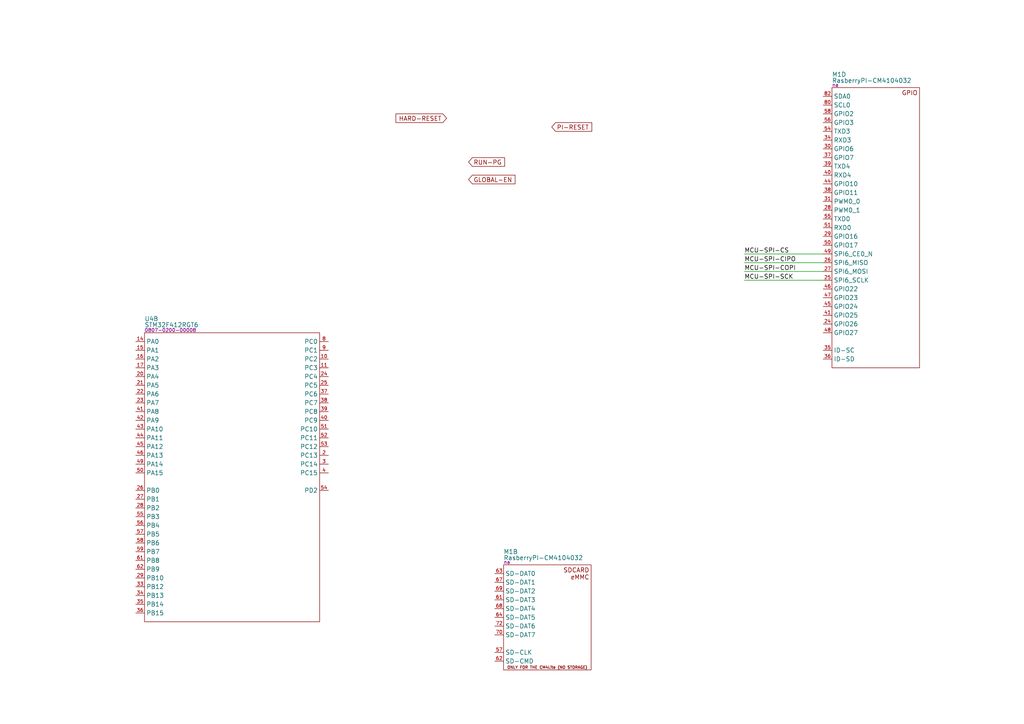
<source format=kicad_sch>
(kicad_sch (version 20231120) (generator "eeschema") (generator_version "8.0")
  (paper "A4")
  (title_block (title "Benchy Motherboard Ras PI - GPIO") (rev "1") (company "Daxxn Industries"))
  (lib_symbols
    (symbol "DX_IC_MCU_ST:STM32F412RGT6"
      (property "Reference" "U" (at 0 4.064 0))
      (property "Value" "STM32F412RGT6" (at 0 2.286 0))
      (property "PartNumber" "0807-0200-00008" (at 0 0.762 0))
      (symbol "STM32F412RGT6_1_0"
        (pin power_in line (at 27.94 -2.54 180) (length 2.54) (name "VBAT") (number "1"))
        (pin power_in line (at -2.54 -30.48 0) (length 2.54) (name "VREF-") (number "12"))
        (pin power_in line (at -2.54 -15.24 0) (length 2.54) (name "VREF+") (number "13"))
        (pin power_in line (at -2.54 -27.94 0) (length 2.54) (name "GND") (number "18"))
        (pin power_in line (at -2.54 -20.32 0) (length 2.54) (name "VDD") (number "19"))
        (pin input line (at 27.94 -17.78 180) (length 2.54) (name "VCAP1") (number "30"))
        (pin power_in line (at -2.54 -27.94 0) (length 2.54) hide (name "GND") (number "31"))
        (pin power_in line (at -2.54 -20.32 0) (length 2.54) hide (name "VDD") (number "32"))
        (pin power_in line (at -2.54 -27.94 0) (length 2.54) hide (name "GND") (number "47"))
        (pin power_in line (at -2.54 -20.32 0) (length 2.54) hide (name "VDD") (number "48"))
        (pin input line (at -2.54 -2.54 0) (length 2.54) (name "OSC-IN") (number "5"))
        (pin output line (at -2.54 -7.62 0) (length 2.54) (name "OSC-OUT") (number "6"))
        (pin input line (at 27.94 -12.7 180) (length 2.54) (name "BOOT0") (number "60"))
        (pin power_in line (at -2.54 -27.94 0) (length 2.54) hide (name "GND") (number "63"))
        (pin power_in line (at -2.54 -20.32 0) (length 2.54) hide (name "VDD") (number "64"))
        (pin input line (at 27.94 -7.62 180) (length 2.54) (name "RESET") (number "7"))
      )
      (symbol "STM32F412RGT6_1_1"
        (rectangle (start 0 0) (end 25.4 -33.02))
      )
      (symbol "STM32F412RGT6_2_0"
        (pin bidirectional line (at 53.34 -7.62 180) (length 2.54) (name "PC2") (number "10"))
        (pin bidirectional line (at 53.34 -10.16 180) (length 2.54) (name "PC3") (number "11"))
        (pin bidirectional line (at -2.54 -2.54 0) (length 2.54) (name "PA0") (number "14"))
        (pin bidirectional line (at -2.54 -5.08 0) (length 2.54) (name "PA1") (number "15"))
        (pin bidirectional line (at -2.54 -7.62 0) (length 2.54) (name "PA2") (number "16"))
        (pin bidirectional line (at -2.54 -10.16 0) (length 2.54) (name "PA3") (number "17"))
        (pin bidirectional line (at 53.34 -35.56 180) (length 2.54) (name "PC13") (number "2"))
        (pin bidirectional line (at -2.54 -12.7 0) (length 2.54) (name "PA4") (number "20"))
        (pin bidirectional line (at -2.54 -15.24 0) (length 2.54) (name "PA5") (number "21"))
        (pin bidirectional line (at -2.54 -17.78 0) (length 2.54) (name "PA6") (number "22"))
        (pin bidirectional line (at -2.54 -20.32 0) (length 2.54) (name "PA7") (number "23"))
        (pin bidirectional line (at 53.34 -12.7 180) (length 2.54) (name "PC4") (number "24"))
        (pin bidirectional line (at 53.34 -15.24 180) (length 2.54) (name "PC5") (number "25"))
        (pin bidirectional line (at -2.54 -45.72 0) (length 2.54) (name "PB0") (number "26"))
        (pin bidirectional line (at -2.54 -48.26 0) (length 2.54) (name "PB1") (number "27"))
        (pin bidirectional line (at -2.54 -50.8 0) (length 2.54) (name "PB2") (number "28"))
        (pin bidirectional line (at -2.54 -71.12 0) (length 2.54) (name "PB10") (number "29"))
        (pin bidirectional line (at 53.34 -38.1 180) (length 2.54) (name "PC14") (number "3"))
        (pin bidirectional line (at -2.54 -73.66 0) (length 2.54) (name "PB12") (number "33"))
        (pin bidirectional line (at -2.54 -76.2 0) (length 2.54) (name "PB13") (number "34"))
        (pin bidirectional line (at -2.54 -78.74 0) (length 2.54) (name "PB14") (number "35"))
        (pin bidirectional line (at -2.54 -81.28 0) (length 2.54) (name "PB15") (number "36"))
        (pin bidirectional line (at 53.34 -17.78 180) (length 2.54) (name "PC6") (number "37"))
        (pin bidirectional line (at 53.34 -20.32 180) (length 2.54) (name "PC7") (number "38"))
        (pin bidirectional line (at 53.34 -22.86 180) (length 2.54) (name "PC8") (number "39"))
        (pin bidirectional line (at 53.34 -40.64 180) (length 2.54) (name "PC15") (number "4"))
        (pin bidirectional line (at 53.34 -25.4 180) (length 2.54) (name "PC9") (number "40"))
        (pin bidirectional line (at -2.54 -22.86 0) (length 2.54) (name "PA8") (number "41"))
        (pin bidirectional line (at -2.54 -25.4 0) (length 2.54) (name "PA9") (number "42"))
        (pin bidirectional line (at -2.54 -27.94 0) (length 2.54) (name "PA10") (number "43"))
        (pin bidirectional line (at -2.54 -30.48 0) (length 2.54) (name "PA11") (number "44"))
        (pin bidirectional line (at -2.54 -33.02 0) (length 2.54) (name "PA12") (number "45"))
        (pin bidirectional line (at -2.54 -35.56 0) (length 2.54) (name "PA13") (number "46"))
        (pin bidirectional line (at -2.54 -38.1 0) (length 2.54) (name "PA14") (number "49"))
        (pin bidirectional line (at -2.54 -40.64 0) (length 2.54) (name "PA15") (number "50"))
        (pin bidirectional line (at 53.34 -27.94 180) (length 2.54) (name "PC10") (number "51"))
        (pin bidirectional line (at 53.34 -30.48 180) (length 2.54) (name "PC11") (number "52"))
        (pin bidirectional line (at 53.34 -33.02 180) (length 2.54) (name "PC12") (number "53"))
        (pin bidirectional line (at 53.34 -45.72 180) (length 2.54) (name "PD2") (number "54"))
        (pin bidirectional line (at -2.54 -53.34 0) (length 2.54) (name "PB3") (number "55"))
        (pin bidirectional line (at -2.54 -55.88 0) (length 2.54) (name "PB4") (number "56"))
        (pin bidirectional line (at -2.54 -58.42 0) (length 2.54) (name "PB5") (number "57"))
        (pin bidirectional line (at -2.54 -60.96 0) (length 2.54) (name "PB6") (number "58"))
        (pin bidirectional line (at -2.54 -63.5 0) (length 2.54) (name "PB7") (number "59"))
        (pin bidirectional line (at -2.54 -66.04 0) (length 2.54) (name "PB8") (number "61"))
        (pin bidirectional line (at -2.54 -68.58 0) (length 2.54) (name "PB9") (number "62"))
        (pin bidirectional line (at 53.34 -2.54 180) (length 2.54) (name "PC0") (number "8"))
        (pin bidirectional line (at 53.34 -5.08 180) (length 2.54) (name "PC1") (number "9"))
      )
      (symbol "STM32F412RGT6_2_1"
        (rectangle (start 0 0) (end 50.8 -83.82))
      )
    )
    (symbol "DX_Module_PI:RPI-CM4104032"
      (property "Reference" "M" (at 0 3.81 0))
      (property "Value" "RasberryPI-CM4104032" (at 0 2.032 0))
      (property "PartNumber" "na" (at 0 0.762 0))
      (symbol "RPI-CM4104032_1_0"
        (pin power_in line (at -2.54 -48.26 0) (length 2.54) (name "GND") (number "1"))
        (pin input line (at 53.34 -2.54 180) (length 2.54) (name "~{EXT-RESET}") (number "100"))
        (pin no_connect line (at 20.32 -15.24 0) (length 2.54) hide (name "Reserved") (number "104"))
        (pin no_connect line (at 20.32 -17.78 0) (length 2.54) hide (name "Reserved") (number "106"))
        (pin power_in line (at -2.54 -48.26 0) (length 2.54) hide (name "GND") (number "107"))
        (pin power_in line (at -2.54 -48.26 0) (length 2.54) hide (name "GND") (number "108"))
        (pin bidirectional line (at -2.54 -30.48 0) (length 2.54) (name "VDAC-COMP") (number "111"))
        (pin power_in line (at -2.54 -48.26 0) (length 2.54) hide (name "GND") (number "113"))
        (pin power_in line (at -2.54 -48.26 0) (length 2.54) hide (name "GND") (number "114"))
        (pin power_in line (at -2.54 -48.26 0) (length 2.54) hide (name "GND") (number "119"))
        (pin power_in line (at -2.54 -48.26 0) (length 2.54) hide (name "GND") (number "120"))
        (pin power_in line (at -2.54 -48.26 0) (length 2.54) hide (name "GND") (number "125"))
        (pin power_in line (at -2.54 -48.26 0) (length 2.54) hide (name "GND") (number "126"))
        (pin power_in line (at -2.54 -48.26 0) (length 2.54) hide (name "GND") (number "13"))
        (pin power_in line (at -2.54 -48.26 0) (length 2.54) hide (name "GND") (number "131"))
        (pin power_in line (at -2.54 -48.26 0) (length 2.54) hide (name "GND") (number "132"))
        (pin power_in line (at -2.54 -48.26 0) (length 2.54) hide (name "GND") (number "137"))
        (pin power_in line (at -2.54 -48.26 0) (length 2.54) hide (name "GND") (number "138"))
        (pin power_in line (at -2.54 -48.26 0) (length 2.54) hide (name "GND") (number "14"))
        (pin power_in line (at -2.54 -48.26 0) (length 2.54) hide (name "GND") (number "144"))
        (pin power_in line (at -2.54 -48.26 0) (length 2.54) hide (name "GND") (number "150"))
        (pin power_in line (at -2.54 -48.26 0) (length 2.54) hide (name "GND") (number "155"))
        (pin power_in line (at -2.54 -48.26 0) (length 2.54) hide (name "GND") (number "156"))
        (pin power_in line (at -2.54 -48.26 0) (length 2.54) hide (name "GND") (number "161"))
        (pin power_in line (at -2.54 -48.26 0) (length 2.54) hide (name "GND") (number "162"))
        (pin power_in line (at -2.54 -48.26 0) (length 2.54) hide (name "GND") (number "167"))
        (pin power_in line (at -2.54 -48.26 0) (length 2.54) hide (name "GND") (number "168"))
        (pin power_in line (at -2.54 -48.26 0) (length 2.54) hide (name "GND") (number "173"))
        (pin power_in line (at -2.54 -48.26 0) (length 2.54) hide (name "GND") (number "174"))
        (pin power_in line (at -2.54 -48.26 0) (length 2.54) hide (name "GND") (number "179"))
        (pin power_in line (at -2.54 -48.26 0) (length 2.54) hide (name "GND") (number "180"))
        (pin power_in line (at -2.54 -48.26 0) (length 2.54) hide (name "GND") (number "185"))
        (pin power_in line (at -2.54 -48.26 0) (length 2.54) hide (name "GND") (number "186"))
        (pin power_in line (at -2.54 -48.26 0) (length 2.54) hide (name "GND") (number "191"))
        (pin power_in line (at -2.54 -48.26 0) (length 2.54) hide (name "GND") (number "192"))
        (pin power_in line (at -2.54 -48.26 0) (length 2.54) hide (name "GND") (number "197"))
        (pin power_in line (at -2.54 -48.26 0) (length 2.54) hide (name "GND") (number "198"))
        (pin power_in line (at -2.54 -48.26 0) (length 2.54) hide (name "GND") (number "2"))
        (pin output line (at 53.34 -40.64 180) (length 2.54) (name "EEPROM-~{WP}") (number "20"))
        (pin output line (at 53.34 -35.56 180) (length 2.54) (name "PI-~{LED-ACT}") (number "21"))
        (pin power_in line (at -2.54 -48.26 0) (length 2.54) hide (name "GND") (number "22"))
        (pin power_in line (at -2.54 -48.26 0) (length 2.54) hide (name "GND") (number "23"))
        (pin power_in line (at -2.54 -48.26 0) (length 2.54) hide (name "GND") (number "32"))
        (pin power_in line (at -2.54 -48.26 0) (length 2.54) hide (name "GND") (number "33"))
        (pin power_in line (at -2.54 -48.26 0) (length 2.54) hide (name "GND") (number "42"))
        (pin power_in line (at -2.54 -48.26 0) (length 2.54) hide (name "GND") (number "43"))
        (pin power_in line (at -2.54 -48.26 0) (length 2.54) hide (name "GND") (number "52"))
        (pin power_in line (at -2.54 -48.26 0) (length 2.54) hide (name "GND") (number "53"))
        (pin power_in line (at -2.54 -48.26 0) (length 2.54) hide (name "GND") (number "59"))
        (pin power_in line (at -2.54 -48.26 0) (length 2.54) hide (name "GND") (number "60"))
        (pin power_in line (at -2.54 -48.26 0) (length 2.54) hide (name "GND") (number "65"))
        (pin power_in line (at -2.54 -48.26 0) (length 2.54) hide (name "GND") (number "66"))
        (pin power_in line (at -2.54 -48.26 0) (length 2.54) hide (name "GND") (number "7"))
        (pin power_in line (at -2.54 -48.26 0) (length 2.54) hide (name "GND") (number "71"))
        (pin input line (at -2.54 -35.56 0) (length 2.54) (name "SD-VDD-OVERRIDE") (number "73"))
        (pin power_in line (at -2.54 -48.26 0) (length 2.54) hide (name "GND") (number "74"))
        (pin input line (at -2.54 -38.1 0) (length 2.54) (name "SD-PWR-ON") (number "75"))
        (pin no_connect line (at 20.32 -12.7 0) (length 2.54) hide (name "Reserved") (number "76"))
        (pin power_in line (at -2.54 -2.54 0) (length 2.54) hide (name "+5VIN") (number "77"))
        (pin input line (at -2.54 -17.78 0) (length 2.54) (name "GPIO-VREF") (number "78"))
        (pin power_in line (at -2.54 -2.54 0) (length 2.54) (name "+5VIN") (number "79"))
        (pin power_in line (at -2.54 -48.26 0) (length 2.54) hide (name "GND") (number "8"))
        (pin power_in line (at -2.54 -2.54 0) (length 2.54) hide (name "+5VIN") (number "81"))
        (pin power_in line (at -2.54 -2.54 0) (length 2.54) hide (name "+5VIN") (number "83"))
        (pin power_out line (at -2.54 -7.62 0) (length 2.54) (name "CM4-3.3V") (number "84"))
        (pin power_in line (at -2.54 -2.54 0) (length 2.54) hide (name "+5VIN") (number "85"))
        (pin power_out line (at -2.54 -7.62 0) (length 2.54) hide (name "CM4-3.3V") (number "86"))
        (pin power_in line (at -2.54 -2.54 0) (length 2.54) hide (name "+5VIN") (number "87"))
        (pin power_out line (at -2.54 -12.7 0) (length 2.54) (name "CM4-1.8V") (number "88"))
        (pin input line (at 53.34 -7.62 180) (length 2.54) (name "WL-~{DISABLE}") (number "89"))
        (pin power_out line (at -2.54 -12.7 0) (length 2.54) hide (name "CM4-1.8V") (number "90"))
        (pin input line (at 53.34 -10.16 180) (length 2.54) (name "BT-~{Disable}") (number "91"))
        (pin bidirectional line (at 53.34 -17.78 180) (length 2.54) (name "RUN-PG") (number "92"))
        (pin input line (at 53.34 -15.24 180) (length 2.54) (name "~{RPIBOOT}") (number "93"))
        (pin input line (at 53.34 -50.8 180) (length 2.54) (name "AnalogIP1") (number "94"))
        (pin input line (at 53.34 -33.02 180) (length 2.54) (name "PI-LED-~{PWR}") (number "95"))
        (pin input line (at 53.34 -48.26 180) (length 2.54) (name "AnalogIP0") (number "96"))
        (pin input line (at 53.34 -27.94 180) (length 2.54) (name "Camera-GPIO") (number "97"))
        (pin power_in line (at -2.54 -48.26 0) (length 2.54) hide (name "GND") (number "98"))
        (pin input line (at 53.34 -22.86 180) (length 2.54) (name "GLOBAL-EN") (number "99"))
        (pin power_in line (at -2.54 -50.8 0) (length 2.54) (name "SHIELD") (number "SH"))
      )
      (symbol "RPI-CM4104032_1_1"
        (rectangle (start 0 0) (end 50.8 -53.34))
        (text "POWER\n&\nCONTROL" (at 25.4 -3.556 0) (effects (font (size 1.27 1.27))))
      )
      (symbol "RPI-CM4104032_2_0"
        (pin output line (at -2.54 -25.4 0) (length 2.54) (name "SD-CLK") (number "57"))
        (pin bidirectional line (at -2.54 -10.16 0) (length 2.54) (name "SD-DAT3") (number "61"))
        (pin output line (at -2.54 -27.94 0) (length 2.54) (name "SD-CMD") (number "62"))
        (pin bidirectional line (at -2.54 -2.54 0) (length 2.54) (name "SD-DAT0") (number "63"))
        (pin bidirectional line (at -2.54 -15.24 0) (length 2.54) (name "SD-DAT5") (number "64"))
        (pin bidirectional line (at -2.54 -5.08 0) (length 2.54) (name "SD-DAT1") (number "67"))
        (pin bidirectional line (at -2.54 -12.7 0) (length 2.54) (name "SD-DAT4") (number "68"))
        (pin bidirectional line (at -2.54 -7.62 0) (length 2.54) (name "SD-DAT2") (number "69"))
        (pin bidirectional line (at -2.54 -20.32 0) (length 2.54) (name "SD-DAT7") (number "70"))
        (pin bidirectional line (at -2.54 -17.78 0) (length 2.54) (name "SD-DAT6") (number "72"))
      )
      (symbol "RPI-CM4104032_2_1"
        (rectangle (start 0 0) (end 25.4 -30.48))
        (text "ONLY FOR THE CM4Lite (NO STORAGE)" (at 12.7 -29.718 0) (effects (font (size 0.8 0.8))))
        (text "SDCARD\neMMC" (at 24.892 -2.54 0) (effects (font (size 1.27 1.27)) (justify right)))
      )
      (symbol "RPI-CM4104032_3_0"
        (pin bidirectional line (at -2.54 -5.08 0) (length 2.54) (name "ETH-P0-N") (number "10"))
        (pin bidirectional line (at -2.54 -17.78 0) (length 2.54) (name "ETH-P2-P") (number "11"))
        (pin bidirectional line (at -2.54 -2.54 0) (length 2.54) (name "ETH-P0-P") (number "12"))
        (pin output line (at -2.54 -45.72 0) (length 2.54) (name "ETH-~{LED3}") (number "15"))
        (pin input line (at -2.54 -33.02 0) (length 2.54) (name "ETH-SYNC-IN") (number "16"))
        (pin output line (at -2.54 -43.18 0) (length 2.54) (name "ETH-~{LED2}") (number "17"))
        (pin output line (at -2.54 -35.56 0) (length 2.54) (name "ETH-SYNC-OUT") (number "18"))
        (pin output line (at -2.54 -40.64 0) (length 2.54) (name "ETH-~{LED1}") (number "19"))
        (pin bidirectional line (at -2.54 -25.4 0) (length 2.54) (name "ETH-P3-P") (number "3"))
        (pin bidirectional line (at -2.54 -10.16 0) (length 2.54) (name "ETH-P1-P") (number "4"))
        (pin bidirectional line (at -2.54 -27.94 0) (length 2.54) (name "ETH-P3-N") (number "5"))
        (pin bidirectional line (at -2.54 -12.7 0) (length 2.54) (name "ETH-P1-N") (number "6"))
        (pin bidirectional line (at -2.54 -20.32 0) (length 2.54) (name "ETH-P2-N") (number "9"))
      )
      (symbol "RPI-CM4104032_3_1"
        (rectangle (start 0 0) (end 25.4 -48.26))
        (text "ETHERNET PHY" (at 24.892 -1.524 0) (effects (font (size 1.27 1.27)) (justify right)))
      )
      (symbol "RPI-CM4104032_4_0"
        (pin bidirectional line (at -2.54 -68.58 0) (length 2.54) (name "GPIO26") (number "24"))
        (pin bidirectional line (at -2.54 -55.88 0) (length 2.54) (name "GPIO21") (number "25") (alternate "SPI6_SCLK" bidirectional line))
        (pin bidirectional line (at -2.54 -50.8 0) (length 2.54) (name "GPIO19") (number "26") (alternate "PWM0_1" bidirectional line) (alternate "SPI6_MISO" bidirectional line))
        (pin bidirectional line (at -2.54 -53.34 0) (length 2.54) (name "GPIO20") (number "27") (alternate "SPI6_MOSI" bidirectional line))
        (pin bidirectional line (at -2.54 -35.56 0) (length 2.54) (name "GPIO13") (number "28") (alternate "PWM0_1" bidirectional line))
        (pin bidirectional line (at -2.54 -43.18 0) (length 2.54) (name "GPIO16") (number "29"))
        (pin bidirectional line (at -2.54 -17.78 0) (length 2.54) (name "GPIO6") (number "30"))
        (pin bidirectional line (at -2.54 -33.02 0) (length 2.54) (name "GPIO12") (number "31") (alternate "PWM0_0" bidirectional line))
        (pin bidirectional line (at -2.54 -15.24 0) (length 2.54) (name "GPIO5") (number "34") (alternate "RXD3" bidirectional line))
        (pin output line (at -2.54 -76.2 0) (length 2.54) (name "ID-SC") (number "35"))
        (pin bidirectional line (at -2.54 -78.74 0) (length 2.54) (name "ID-SD") (number "36"))
        (pin bidirectional line (at -2.54 -20.32 0) (length 2.54) (name "GPIO7") (number "37"))
        (pin bidirectional line (at -2.54 -30.48 0) (length 2.54) (name "GPIO11") (number "38"))
        (pin bidirectional line (at -2.54 -22.86 0) (length 2.54) (name "GPIO8") (number "39") (alternate "TXD4" bidirectional line))
        (pin bidirectional line (at -2.54 -25.4 0) (length 2.54) (name "GPIO9") (number "40") (alternate "RXD4" bidirectional line))
        (pin bidirectional line (at -2.54 -66.04 0) (length 2.54) (name "GPIO25") (number "41"))
        (pin bidirectional line (at -2.54 -27.94 0) (length 2.54) (name "GPIO10") (number "44"))
        (pin bidirectional line (at -2.54 -63.5 0) (length 2.54) (name "GPIO24") (number "45"))
        (pin bidirectional line (at -2.54 -58.42 0) (length 2.54) (name "GPIO22") (number "46"))
        (pin bidirectional line (at -2.54 -60.96 0) (length 2.54) (name "GPIO23") (number "47"))
        (pin bidirectional line (at -2.54 -71.12 0) (length 2.54) (name "GPIO27") (number "48"))
        (pin bidirectional line (at -2.54 -48.26 0) (length 2.54) (name "GPIO18") (number "49") (alternate "PWM0_0" bidirectional line) (alternate "SPI6_CE0_N" bidirectional line))
        (pin bidirectional line (at -2.54 -45.72 0) (length 2.54) (name "GPIO17") (number "50"))
        (pin bidirectional line (at -2.54 -40.64 0) (length 2.54) (name "GPIO15") (number "51") (alternate "RXD0" bidirectional line))
        (pin bidirectional line (at -2.54 -12.7 0) (length 2.54) (name "GPIO4") (number "54") (alternate "TXD3" bidirectional line))
        (pin bidirectional line (at -2.54 -38.1 0) (length 2.54) (name "GPIO14") (number "55") (alternate "TXD0" bidirectional line))
        (pin bidirectional line (at -2.54 -10.16 0) (length 2.54) (name "GPIO3") (number "56"))
        (pin bidirectional line (at -2.54 -7.62 0) (length 2.54) (name "GPIO2") (number "58"))
        (pin bidirectional line (at -2.54 -5.08 0) (length 2.54) (name "GPIO1") (number "80") (alternate "SCL0" bidirectional line))
        (pin bidirectional line (at -2.54 -2.54 0) (length 2.54) (name "GPIO0") (number "82") (alternate "SDA0" bidirectional line))
      )
      (symbol "RPI-CM4104032_4_1"
        (rectangle (start 0 0) (end 25.4 -86.36))
        (text "GPIO" (at 24.892 -1.524 0) (effects (font (size 1.27 1.27)) (justify right)))
      )
      (symbol "RPI-CM4104032_5_0"
        (pin bidirectional line (at -2.54 -27.94 0) (length 2.54) (name "CAM1-D0-N") (number "115"))
        (pin bidirectional line (at -2.54 -25.4 0) (length 2.54) (name "CAM1-D0-P") (number "117"))
        (pin bidirectional line (at -2.54 -35.56 0) (length 2.54) (name "CAM1-D1-N") (number "121"))
        (pin bidirectional line (at -2.54 -33.02 0) (length 2.54) (name "CAM1-D1-P") (number "123"))
        (pin bidirectional line (at -2.54 -58.42 0) (length 2.54) (name "CAM1-C-N") (number "127"))
        (pin bidirectional line (at -2.54 -5.08 0) (length 2.54) (name "CAM0-D0-N") (number "128"))
        (pin bidirectional line (at -2.54 -55.88 0) (length 2.54) (name "CAM1-C-P") (number "129"))
        (pin bidirectional line (at -2.54 -2.54 0) (length 2.54) (name "CAM0-D0-P") (number "130"))
        (pin bidirectional line (at -2.54 -43.18 0) (length 2.54) (name "CAM1-D2-N") (number "133"))
        (pin bidirectional line (at -2.54 -12.7 0) (length 2.54) (name "CAM0-D1-N") (number "134"))
        (pin bidirectional line (at -2.54 -40.64 0) (length 2.54) (name "CAM1-D2-P") (number "135"))
        (pin bidirectional line (at -2.54 -10.16 0) (length 2.54) (name "CAM0-D1-P") (number "136"))
        (pin bidirectional line (at -2.54 -50.8 0) (length 2.54) (name "CAM1-D3-N") (number "139"))
        (pin bidirectional line (at -2.54 -20.32 0) (length 2.54) (name "CAM0-C-N") (number "140"))
        (pin bidirectional line (at -2.54 -48.26 0) (length 2.54) (name "CAM1-D3-P") (number "141"))
        (pin bidirectional line (at -2.54 -17.78 0) (length 2.54) (name "CAM0-C-P") (number "142"))
      )
      (symbol "RPI-CM4104032_5_1"
        (rectangle (start 0 0) (end 25.4 -60.96))
        (text "CAMERAS" (at 24.892 -1.524 0) (effects (font (size 1.27 1.27)) (justify right)))
      )
      (symbol "RPI-CM4104032_6_0"
        (pin bidirectional line (at -2.54 -12.7 0) (length 2.54) (name "DSI0-D0-N") (number "157"))
        (pin bidirectional line (at -2.54 -10.16 0) (length 2.54) (name "DSI0-D0-P") (number "159"))
        (pin bidirectional line (at -2.54 -20.32 0) (length 2.54) (name "DSI0-D1-N") (number "163"))
        (pin bidirectional line (at -2.54 -17.78 0) (length 2.54) (name "DSI0-D1-P") (number "165"))
        (pin output line (at -2.54 -5.08 0) (length 2.54) (name "DSI0-C-N") (number "169"))
        (pin output line (at -2.54 -2.54 0) (length 2.54) (name "DSI0-C-P") (number "171"))
        (pin bidirectional line (at -2.54 -35.56 0) (length 2.54) (name "DSI1-D0-N") (number "175"))
        (pin bidirectional line (at -2.54 -33.02 0) (length 2.54) (name "DSI1-D0-P") (number "177"))
        (pin bidirectional line (at -2.54 -43.18 0) (length 2.54) (name "DSI1-D1-N") (number "181"))
        (pin bidirectional line (at -2.54 -40.64 0) (length 2.54) (name "DSI1-D1-P") (number "183"))
        (pin output line (at -2.54 -27.94 0) (length 2.54) (name "DSI1-C-N") (number "187"))
        (pin output line (at -2.54 -25.4 0) (length 2.54) (name "DSI1-C-P") (number "189"))
        (pin bidirectional line (at -2.54 -50.8 0) (length 2.54) (name "DSI1-D2-N") (number "193"))
        (pin bidirectional line (at -2.54 -58.42 0) (length 2.54) (name "DSI1-D3-N") (number "194"))
        (pin bidirectional line (at -2.54 -48.26 0) (length 2.54) (name "DSI1-D2-P") (number "195"))
        (pin bidirectional line (at -2.54 -55.88 0) (length 2.54) (name "DSI1-D3-P") (number "196"))
      )
      (symbol "RPI-CM4104032_6_1"
        (rectangle (start 0 0) (end 25.4 -60.96))
        (text "DSI" (at 24.892 -1.524 0) (effects (font (size 1.27 1.27)) (justify right)))
      )
      (symbol "RPI-CM4104032_7_0"
        (pin input line (at 53.34 -33.02 180) (length 2.54) (name "HDMI1-HOTPLUG") (number "143"))
        (pin bidirectional line (at 53.34 -40.64 180) (length 2.54) (name "HDMI1-SDA") (number "145"))
        (pin bidirectional line (at 53.34 -25.4 180) (length 2.54) (name "HDMI1-TX2-P") (number "146"))
        (pin bidirectional line (at 53.34 -38.1 180) (length 2.54) (name "HDMI1-SCL") (number "147"))
        (pin bidirectional line (at 53.34 -27.94 180) (length 2.54) (name "HDMI1-TX2-N") (number "148"))
        (pin bidirectional line (at 53.34 -35.56 180) (length 2.54) (name "HDMI1-CEC") (number "149"))
        (pin bidirectional line (at -2.54 -35.56 0) (length 2.54) (name "HDMI0-CEC") (number "151"))
        (pin bidirectional line (at 53.34 -17.78 180) (length 2.54) (name "HDMI1-TX1-P") (number "152"))
        (pin input line (at -2.54 -33.02 0) (length 2.54) (name "HDMI0-HOTPLUG") (number "153"))
        (pin bidirectional line (at 53.34 -20.32 180) (length 2.54) (name "HDMI1-TX1-N") (number "154"))
        (pin bidirectional line (at 53.34 -10.16 180) (length 2.54) (name "HDMI1-TX0-P") (number "158"))
        (pin bidirectional line (at 53.34 -12.7 180) (length 2.54) (name "HDMI1-TX0-N") (number "160"))
        (pin bidirectional line (at 53.34 -2.54 180) (length 2.54) (name "HDMI1-CLK-P") (number "164"))
        (pin bidirectional line (at 53.34 -5.08 180) (length 2.54) (name "HDMI1-CLK-N") (number "166"))
        (pin bidirectional line (at -2.54 -25.4 0) (length 2.54) (name "HDMI0-TX2-P") (number "170"))
        (pin bidirectional line (at -2.54 -27.94 0) (length 2.54) (name "HDMI0-TX2-N") (number "172"))
        (pin bidirectional line (at -2.54 -17.78 0) (length 2.54) (name "HDMI0-TX1-P") (number "176"))
        (pin bidirectional line (at -2.54 -20.32 0) (length 2.54) (name "HDMI0-TX1-N") (number "178"))
        (pin bidirectional line (at -2.54 -10.16 0) (length 2.54) (name "HDMI0-TX0-P") (number "182"))
        (pin bidirectional line (at -2.54 -12.7 0) (length 2.54) (name "HDMI0-TX0-N") (number "184"))
        (pin bidirectional line (at -2.54 -2.54 0) (length 2.54) (name "HDMI0-CLK-P") (number "188"))
        (pin bidirectional line (at -2.54 -5.08 0) (length 2.54) (name "HDMI0-CLK-N") (number "190"))
        (pin bidirectional line (at -2.54 -40.64 0) (length 2.54) (name "HDMI0-SDA") (number "199"))
        (pin bidirectional line (at -2.54 -38.1 0) (length 2.54) (name "HDMI0-SCL") (number "200"))
      )
      (symbol "RPI-CM4104032_7_1"
        (rectangle (start 0 0) (end 50.8 -43.18))
        (text "HDMI" (at 25.4 -1.524 0) (effects (font (size 1.27 1.27))))
      )
      (symbol "RPI-CM4104032_8_0"
        (pin bidirectional line (at -2.54 -5.08 0) (length 2.54) (name "PCIe-CLK-~{REQ}") (number "102"))
        (pin output line (at -2.54 -2.54 0) (length 2.54) (name "PCIe-~{RESET}") (number "109"))
        (pin output line (at -2.54 -10.16 0) (length 2.54) (name "PCIe-CLK-P") (number "110"))
        (pin output line (at -2.54 -12.7 0) (length 2.54) (name "PCIe-CLK-N") (number "112"))
        (pin bidirectional line (at -2.54 -25.4 0) (length 2.54) (name "PCIe-RX-P") (number "116"))
        (pin bidirectional line (at -2.54 -27.94 0) (length 2.54) (name "PCIe-RX-N") (number "118"))
        (pin bidirectional line (at -2.54 -17.78 0) (length 2.54) (name "PCIe-TX-P") (number "122"))
        (pin bidirectional line (at -2.54 -20.32 0) (length 2.54) (name "PCIe-TX-N") (number "124"))
      )
      (symbol "RPI-CM4104032_8_1"
        (rectangle (start 0 0) (end 25.4 -30.48))
        (text "PCIe" (at 24.892 -1.27 0) (effects (font (size 1.27 1.27)) (justify right)))
      )
      (symbol "RPI-CM4104032_9_0"
        (pin input line (at -2.54 -2.54 0) (length 2.54) (name "USB-OTG-ID") (number "101"))
        (pin bidirectional line (at -2.54 -10.16 0) (length 2.54) (name "USB-N") (number "103"))
        (pin bidirectional line (at -2.54 -7.62 0) (length 2.54) (name "USB-P") (number "105"))
      )
      (symbol "RPI-CM4104032_9_1"
        (rectangle (start 0 0) (end 25.4 -12.7))
        (text "USB" (at 24.892 -1.27 0) (effects (font (size 1.27 1.27)) (justify right)))
      )
    )
    (symbol "RPI-CM4104032_1"
      (property "Reference" "M" (at 0 3.81 0))
      (property "Value" "RasberryPI-CM4104032" (at 0 2.032 0))
      (property "PartNumber" "na" (at 0 0.762 0))
      (symbol "RPI-CM4104032_1_1_0"
        (pin power_in line (at -2.54 -48.26 0) (length 2.54) (name "GND") (number "1"))
        (pin input line (at 53.34 -2.54 180) (length 2.54) (name "~{EXT-RESET}") (number "100"))
        (pin no_connect line (at 20.32 -15.24 0) (length 2.54) hide (name "Reserved") (number "104"))
        (pin no_connect line (at 20.32 -17.78 0) (length 2.54) hide (name "Reserved") (number "106"))
        (pin power_in line (at -2.54 -48.26 0) (length 2.54) hide (name "GND") (number "107"))
        (pin power_in line (at -2.54 -48.26 0) (length 2.54) hide (name "GND") (number "108"))
        (pin bidirectional line (at -2.54 -30.48 0) (length 2.54) (name "VDAC-COMP") (number "111"))
        (pin power_in line (at -2.54 -48.26 0) (length 2.54) hide (name "GND") (number "113"))
        (pin power_in line (at -2.54 -48.26 0) (length 2.54) hide (name "GND") (number "114"))
        (pin power_in line (at -2.54 -48.26 0) (length 2.54) hide (name "GND") (number "119"))
        (pin power_in line (at -2.54 -48.26 0) (length 2.54) hide (name "GND") (number "120"))
        (pin power_in line (at -2.54 -48.26 0) (length 2.54) hide (name "GND") (number "125"))
        (pin power_in line (at -2.54 -48.26 0) (length 2.54) hide (name "GND") (number "126"))
        (pin power_in line (at -2.54 -48.26 0) (length 2.54) hide (name "GND") (number "13"))
        (pin power_in line (at -2.54 -48.26 0) (length 2.54) hide (name "GND") (number "131"))
        (pin power_in line (at -2.54 -48.26 0) (length 2.54) hide (name "GND") (number "132"))
        (pin power_in line (at -2.54 -48.26 0) (length 2.54) hide (name "GND") (number "137"))
        (pin power_in line (at -2.54 -48.26 0) (length 2.54) hide (name "GND") (number "138"))
        (pin power_in line (at -2.54 -48.26 0) (length 2.54) hide (name "GND") (number "14"))
        (pin power_in line (at -2.54 -48.26 0) (length 2.54) hide (name "GND") (number "144"))
        (pin power_in line (at -2.54 -48.26 0) (length 2.54) hide (name "GND") (number "150"))
        (pin power_in line (at -2.54 -48.26 0) (length 2.54) hide (name "GND") (number "155"))
        (pin power_in line (at -2.54 -48.26 0) (length 2.54) hide (name "GND") (number "156"))
        (pin power_in line (at -2.54 -48.26 0) (length 2.54) hide (name "GND") (number "161"))
        (pin power_in line (at -2.54 -48.26 0) (length 2.54) hide (name "GND") (number "162"))
        (pin power_in line (at -2.54 -48.26 0) (length 2.54) hide (name "GND") (number "167"))
        (pin power_in line (at -2.54 -48.26 0) (length 2.54) hide (name "GND") (number "168"))
        (pin power_in line (at -2.54 -48.26 0) (length 2.54) hide (name "GND") (number "173"))
        (pin power_in line (at -2.54 -48.26 0) (length 2.54) hide (name "GND") (number "174"))
        (pin power_in line (at -2.54 -48.26 0) (length 2.54) hide (name "GND") (number "179"))
        (pin power_in line (at -2.54 -48.26 0) (length 2.54) hide (name "GND") (number "180"))
        (pin power_in line (at -2.54 -48.26 0) (length 2.54) hide (name "GND") (number "185"))
        (pin power_in line (at -2.54 -48.26 0) (length 2.54) hide (name "GND") (number "186"))
        (pin power_in line (at -2.54 -48.26 0) (length 2.54) hide (name "GND") (number "191"))
        (pin power_in line (at -2.54 -48.26 0) (length 2.54) hide (name "GND") (number "192"))
        (pin power_in line (at -2.54 -48.26 0) (length 2.54) hide (name "GND") (number "197"))
        (pin power_in line (at -2.54 -48.26 0) (length 2.54) hide (name "GND") (number "198"))
        (pin power_in line (at -2.54 -48.26 0) (length 2.54) hide (name "GND") (number "2"))
        (pin output line (at 53.34 -40.64 180) (length 2.54) (name "EEPROM-~{WP}") (number "20"))
        (pin output line (at 53.34 -35.56 180) (length 2.54) (name "PI-~{LED-ACT}") (number "21"))
        (pin power_in line (at -2.54 -48.26 0) (length 2.54) hide (name "GND") (number "22"))
        (pin power_in line (at -2.54 -48.26 0) (length 2.54) hide (name "GND") (number "23"))
        (pin power_in line (at -2.54 -48.26 0) (length 2.54) hide (name "GND") (number "32"))
        (pin power_in line (at -2.54 -48.26 0) (length 2.54) hide (name "GND") (number "33"))
        (pin power_in line (at -2.54 -48.26 0) (length 2.54) hide (name "GND") (number "42"))
        (pin power_in line (at -2.54 -48.26 0) (length 2.54) hide (name "GND") (number "43"))
        (pin power_in line (at -2.54 -48.26 0) (length 2.54) hide (name "GND") (number "52"))
        (pin power_in line (at -2.54 -48.26 0) (length 2.54) hide (name "GND") (number "53"))
        (pin power_in line (at -2.54 -48.26 0) (length 2.54) hide (name "GND") (number "59"))
        (pin power_in line (at -2.54 -48.26 0) (length 2.54) hide (name "GND") (number "60"))
        (pin power_in line (at -2.54 -48.26 0) (length 2.54) hide (name "GND") (number "65"))
        (pin power_in line (at -2.54 -48.26 0) (length 2.54) hide (name "GND") (number "66"))
        (pin power_in line (at -2.54 -48.26 0) (length 2.54) hide (name "GND") (number "7"))
        (pin power_in line (at -2.54 -48.26 0) (length 2.54) hide (name "GND") (number "71"))
        (pin input line (at -2.54 -35.56 0) (length 2.54) (name "SD-VDD-OVERRIDE") (number "73"))
        (pin power_in line (at -2.54 -48.26 0) (length 2.54) hide (name "GND") (number "74"))
        (pin input line (at -2.54 -38.1 0) (length 2.54) (name "SD-PWR-ON") (number "75"))
        (pin no_connect line (at 20.32 -12.7 0) (length 2.54) hide (name "Reserved") (number "76"))
        (pin power_in line (at -2.54 -2.54 0) (length 2.54) hide (name "+5VIN") (number "77"))
        (pin input line (at -2.54 -17.78 0) (length 2.54) (name "GPIO-VREF") (number "78"))
        (pin power_in line (at -2.54 -2.54 0) (length 2.54) (name "+5VIN") (number "79"))
        (pin power_in line (at -2.54 -48.26 0) (length 2.54) hide (name "GND") (number "8"))
        (pin power_in line (at -2.54 -2.54 0) (length 2.54) hide (name "+5VIN") (number "81"))
        (pin power_in line (at -2.54 -2.54 0) (length 2.54) hide (name "+5VIN") (number "83"))
        (pin power_out line (at -2.54 -7.62 0) (length 2.54) (name "CM4-3.3V") (number "84"))
        (pin power_in line (at -2.54 -2.54 0) (length 2.54) hide (name "+5VIN") (number "85"))
        (pin power_out line (at -2.54 -7.62 0) (length 2.54) hide (name "CM4-3.3V") (number "86"))
        (pin power_in line (at -2.54 -2.54 0) (length 2.54) hide (name "+5VIN") (number "87"))
        (pin power_out line (at -2.54 -12.7 0) (length 2.54) (name "CM4-1.8V") (number "88"))
        (pin input line (at 53.34 -7.62 180) (length 2.54) (name "WL-~{DISABLE}") (number "89"))
        (pin power_out line (at -2.54 -12.7 0) (length 2.54) hide (name "CM4-1.8V") (number "90"))
        (pin input line (at 53.34 -10.16 180) (length 2.54) (name "BT-~{Disable}") (number "91"))
        (pin bidirectional line (at 53.34 -17.78 180) (length 2.54) (name "RUN-PG") (number "92"))
        (pin input line (at 53.34 -15.24 180) (length 2.54) (name "~{RPIBOOT}") (number "93"))
        (pin input line (at 53.34 -50.8 180) (length 2.54) (name "AnalogIP1") (number "94"))
        (pin input line (at 53.34 -33.02 180) (length 2.54) (name "PI-LED-~{PWR}") (number "95"))
        (pin input line (at 53.34 -48.26 180) (length 2.54) (name "AnalogIP0") (number "96"))
        (pin input line (at 53.34 -27.94 180) (length 2.54) (name "Camera-GPIO") (number "97"))
        (pin power_in line (at -2.54 -48.26 0) (length 2.54) hide (name "GND") (number "98"))
        (pin input line (at 53.34 -22.86 180) (length 2.54) (name "GLOBAL-EN") (number "99"))
        (pin power_in line (at -2.54 -50.8 0) (length 2.54) (name "SHIELD") (number "SH"))
      )
      (symbol "RPI-CM4104032_1_1_1"
        (rectangle (start 0 0) (end 50.8 -53.34))
        (text "POWER\n&\nCONTROL" (at 25.4 -3.556 0) (effects (font (size 1.27 1.27))))
      )
      (symbol "RPI-CM4104032_1_2_0"
        (pin output line (at -2.54 -25.4 0) (length 2.54) (name "SD-CLK") (number "57"))
        (pin bidirectional line (at -2.54 -10.16 0) (length 2.54) (name "SD-DAT3") (number "61"))
        (pin output line (at -2.54 -27.94 0) (length 2.54) (name "SD-CMD") (number "62"))
        (pin bidirectional line (at -2.54 -2.54 0) (length 2.54) (name "SD-DAT0") (number "63"))
        (pin bidirectional line (at -2.54 -15.24 0) (length 2.54) (name "SD-DAT5") (number "64"))
        (pin bidirectional line (at -2.54 -5.08 0) (length 2.54) (name "SD-DAT1") (number "67"))
        (pin bidirectional line (at -2.54 -12.7 0) (length 2.54) (name "SD-DAT4") (number "68"))
        (pin bidirectional line (at -2.54 -7.62 0) (length 2.54) (name "SD-DAT2") (number "69"))
        (pin bidirectional line (at -2.54 -20.32 0) (length 2.54) (name "SD-DAT7") (number "70"))
        (pin bidirectional line (at -2.54 -17.78 0) (length 2.54) (name "SD-DAT6") (number "72"))
      )
      (symbol "RPI-CM4104032_1_2_1"
        (rectangle (start 0 0) (end 25.4 -30.48))
        (text "ONLY FOR THE CM4Lite (NO STORAGE)" (at 12.7 -29.718 0) (effects (font (size 0.8 0.8))))
        (text "SDCARD\neMMC" (at 24.892 -2.54 0) (effects (font (size 1.27 1.27)) (justify right)))
      )
      (symbol "RPI-CM4104032_1_3_0"
        (pin bidirectional line (at -2.54 -5.08 0) (length 2.54) (name "ETH-P0-N") (number "10"))
        (pin bidirectional line (at -2.54 -17.78 0) (length 2.54) (name "ETH-P2-P") (number "11"))
        (pin bidirectional line (at -2.54 -2.54 0) (length 2.54) (name "ETH-P0-P") (number "12"))
        (pin output line (at -2.54 -45.72 0) (length 2.54) (name "ETH-~{LED3}") (number "15"))
        (pin input line (at -2.54 -33.02 0) (length 2.54) (name "ETH-SYNC-IN") (number "16"))
        (pin output line (at -2.54 -43.18 0) (length 2.54) (name "ETH-~{LED2}") (number "17"))
        (pin output line (at -2.54 -35.56 0) (length 2.54) (name "ETH-SYNC-OUT") (number "18"))
        (pin output line (at -2.54 -40.64 0) (length 2.54) (name "ETH-~{LED1}") (number "19"))
        (pin bidirectional line (at -2.54 -25.4 0) (length 2.54) (name "ETH-P3-P") (number "3"))
        (pin bidirectional line (at -2.54 -10.16 0) (length 2.54) (name "ETH-P1-P") (number "4"))
        (pin bidirectional line (at -2.54 -27.94 0) (length 2.54) (name "ETH-P3-N") (number "5"))
        (pin bidirectional line (at -2.54 -12.7 0) (length 2.54) (name "ETH-P1-N") (number "6"))
        (pin bidirectional line (at -2.54 -20.32 0) (length 2.54) (name "ETH-P2-N") (number "9"))
      )
      (symbol "RPI-CM4104032_1_3_1"
        (rectangle (start 0 0) (end 25.4 -48.26))
        (text "ETHERNET PHY" (at 24.892 -1.524 0) (effects (font (size 1.27 1.27)) (justify right)))
      )
      (symbol "RPI-CM4104032_1_4_0"
        (pin bidirectional line (at -2.54 -68.58 0) (length 2.54) (name "GPIO26") (number "24"))
        (pin bidirectional line (at -2.54 -55.88 0) (length 2.54) (name "GPIO21") (number "25") (alternate "SPI6_SCLK" bidirectional line))
        (pin bidirectional line (at -2.54 -50.8 0) (length 2.54) (name "GPIO19") (number "26") (alternate "PWM0_1" bidirectional line) (alternate "SPI6_MISO" bidirectional line))
        (pin bidirectional line (at -2.54 -53.34 0) (length 2.54) (name "GPIO20") (number "27") (alternate "SPI6_MOSI" bidirectional line))
        (pin bidirectional line (at -2.54 -35.56 0) (length 2.54) (name "GPIO13") (number "28") (alternate "PWM0_1" bidirectional line))
        (pin bidirectional line (at -2.54 -43.18 0) (length 2.54) (name "GPIO16") (number "29"))
        (pin bidirectional line (at -2.54 -17.78 0) (length 2.54) (name "GPIO6") (number "30"))
        (pin bidirectional line (at -2.54 -33.02 0) (length 2.54) (name "GPIO12") (number "31") (alternate "PWM0_0" bidirectional line))
        (pin bidirectional line (at -2.54 -15.24 0) (length 2.54) (name "GPIO5") (number "34") (alternate "RXD3" bidirectional line))
        (pin output line (at -2.54 -76.2 0) (length 2.54) (name "ID-SC") (number "35"))
        (pin bidirectional line (at -2.54 -78.74 0) (length 2.54) (name "ID-SD") (number "36"))
        (pin bidirectional line (at -2.54 -20.32 0) (length 2.54) (name "GPIO7") (number "37"))
        (pin bidirectional line (at -2.54 -30.48 0) (length 2.54) (name "GPIO11") (number "38"))
        (pin bidirectional line (at -2.54 -22.86 0) (length 2.54) (name "GPIO8") (number "39") (alternate "TXD4" bidirectional line))
        (pin bidirectional line (at -2.54 -25.4 0) (length 2.54) (name "GPIO9") (number "40") (alternate "RXD4" bidirectional line))
        (pin bidirectional line (at -2.54 -66.04 0) (length 2.54) (name "GPIO25") (number "41"))
        (pin bidirectional line (at -2.54 -27.94 0) (length 2.54) (name "GPIO10") (number "44"))
        (pin bidirectional line (at -2.54 -63.5 0) (length 2.54) (name "GPIO24") (number "45"))
        (pin bidirectional line (at -2.54 -58.42 0) (length 2.54) (name "GPIO22") (number "46"))
        (pin bidirectional line (at -2.54 -60.96 0) (length 2.54) (name "GPIO23") (number "47"))
        (pin bidirectional line (at -2.54 -71.12 0) (length 2.54) (name "GPIO27") (number "48"))
        (pin bidirectional line (at -2.54 -48.26 0) (length 2.54) (name "GPIO18") (number "49") (alternate "PWM0_0" bidirectional line) (alternate "SPI6_CE0_N" bidirectional line))
        (pin bidirectional line (at -2.54 -45.72 0) (length 2.54) (name "GPIO17") (number "50"))
        (pin bidirectional line (at -2.54 -40.64 0) (length 2.54) (name "GPIO15") (number "51") (alternate "RXD0" bidirectional line))
        (pin bidirectional line (at -2.54 -12.7 0) (length 2.54) (name "GPIO4") (number "54") (alternate "TXD3" bidirectional line))
        (pin bidirectional line (at -2.54 -38.1 0) (length 2.54) (name "GPIO14") (number "55") (alternate "TXD0" bidirectional line))
        (pin bidirectional line (at -2.54 -10.16 0) (length 2.54) (name "GPIO3") (number "56"))
        (pin bidirectional line (at -2.54 -7.62 0) (length 2.54) (name "GPIO2") (number "58"))
        (pin bidirectional line (at -2.54 -5.08 0) (length 2.54) (name "GPIO1") (number "80") (alternate "SCL0" bidirectional line))
        (pin bidirectional line (at -2.54 -2.54 0) (length 2.54) (name "GPIO0") (number "82") (alternate "SDA0" bidirectional line))
      )
      (symbol "RPI-CM4104032_1_4_1"
        (rectangle (start 0 0) (end 25.4 -81.28))
        (text "GPIO" (at 24.892 -1.524 0) (effects (font (size 1.27 1.27)) (justify right)))
      )
      (symbol "RPI-CM4104032_1_5_0"
        (pin bidirectional line (at -2.54 -27.94 0) (length 2.54) (name "CAM1-D0-N") (number "115"))
        (pin bidirectional line (at -2.54 -25.4 0) (length 2.54) (name "CAM1-D0-P") (number "117"))
        (pin bidirectional line (at -2.54 -35.56 0) (length 2.54) (name "CAM1-D1-N") (number "121"))
        (pin bidirectional line (at -2.54 -33.02 0) (length 2.54) (name "CAM1-D1-P") (number "123"))
        (pin bidirectional line (at -2.54 -58.42 0) (length 2.54) (name "CAM1-C-N") (number "127"))
        (pin bidirectional line (at -2.54 -5.08 0) (length 2.54) (name "CAM0-D0-N") (number "128"))
        (pin bidirectional line (at -2.54 -55.88 0) (length 2.54) (name "CAM1-C-P") (number "129"))
        (pin bidirectional line (at -2.54 -2.54 0) (length 2.54) (name "CAM0-D0-P") (number "130"))
        (pin bidirectional line (at -2.54 -43.18 0) (length 2.54) (name "CAM1-D2-N") (number "133"))
        (pin bidirectional line (at -2.54 -12.7 0) (length 2.54) (name "CAM0-D1-N") (number "134"))
        (pin bidirectional line (at -2.54 -40.64 0) (length 2.54) (name "CAM1-D2-P") (number "135"))
        (pin bidirectional line (at -2.54 -10.16 0) (length 2.54) (name "CAM0-D1-P") (number "136"))
        (pin bidirectional line (at -2.54 -50.8 0) (length 2.54) (name "CAM1-D3-N") (number "139"))
        (pin bidirectional line (at -2.54 -20.32 0) (length 2.54) (name "CAM0-C-N") (number "140"))
        (pin bidirectional line (at -2.54 -48.26 0) (length 2.54) (name "CAM1-D3-P") (number "141"))
        (pin bidirectional line (at -2.54 -17.78 0) (length 2.54) (name "CAM0-C-P") (number "142"))
      )
      (symbol "RPI-CM4104032_1_5_1"
        (rectangle (start 0 0) (end 25.4 -60.96))
        (text "CAMERAS" (at 24.892 -1.524 0) (effects (font (size 1.27 1.27)) (justify right)))
      )
      (symbol "RPI-CM4104032_1_6_0"
        (pin bidirectional line (at -2.54 -12.7 0) (length 2.54) (name "DSI0-D0-N") (number "157"))
        (pin bidirectional line (at -2.54 -10.16 0) (length 2.54) (name "DSI0-D0-P") (number "159"))
        (pin bidirectional line (at -2.54 -20.32 0) (length 2.54) (name "DSI0-D1-N") (number "163"))
        (pin bidirectional line (at -2.54 -17.78 0) (length 2.54) (name "DSI0-D1-P") (number "165"))
        (pin output line (at -2.54 -5.08 0) (length 2.54) (name "DSI0-C-N") (number "169"))
        (pin output line (at -2.54 -2.54 0) (length 2.54) (name "DSI0-C-P") (number "171"))
        (pin bidirectional line (at -2.54 -35.56 0) (length 2.54) (name "DSI1-D0-N") (number "175"))
        (pin bidirectional line (at -2.54 -33.02 0) (length 2.54) (name "DSI1-D0-P") (number "177"))
        (pin bidirectional line (at -2.54 -43.18 0) (length 2.54) (name "DSI1-D1-N") (number "181"))
        (pin bidirectional line (at -2.54 -40.64 0) (length 2.54) (name "DSI1-D1-P") (number "183"))
        (pin output line (at -2.54 -27.94 0) (length 2.54) (name "DSI1-C-N") (number "187"))
        (pin output line (at -2.54 -25.4 0) (length 2.54) (name "DSI1-C-P") (number "189"))
        (pin bidirectional line (at -2.54 -50.8 0) (length 2.54) (name "DSI1-D2-N") (number "193"))
        (pin bidirectional line (at -2.54 -58.42 0) (length 2.54) (name "DSI1-D3-N") (number "194"))
        (pin bidirectional line (at -2.54 -48.26 0) (length 2.54) (name "DSI1-D2-P") (number "195"))
        (pin bidirectional line (at -2.54 -55.88 0) (length 2.54) (name "DSI1-D3-P") (number "196"))
      )
      (symbol "RPI-CM4104032_1_6_1"
        (rectangle (start 0 0) (end 25.4 -60.96))
        (text "DSI" (at 24.892 -1.524 0) (effects (font (size 1.27 1.27)) (justify right)))
      )
      (symbol "RPI-CM4104032_1_7_0"
        (pin input line (at 53.34 -33.02 180) (length 2.54) (name "HDMI1-HOTPLUG") (number "143"))
        (pin bidirectional line (at 53.34 -40.64 180) (length 2.54) (name "HDMI1-SDA") (number "145"))
        (pin bidirectional line (at 53.34 -25.4 180) (length 2.54) (name "HDMI1-TX2-P") (number "146"))
        (pin bidirectional line (at 53.34 -38.1 180) (length 2.54) (name "HDMI1-SCL") (number "147"))
        (pin bidirectional line (at 53.34 -27.94 180) (length 2.54) (name "HDMI1-TX2-N") (number "148"))
        (pin bidirectional line (at 53.34 -35.56 180) (length 2.54) (name "HDMI1-CEC") (number "149"))
        (pin bidirectional line (at -2.54 -35.56 0) (length 2.54) (name "HDMI0-CEC") (number "151"))
        (pin bidirectional line (at 53.34 -17.78 180) (length 2.54) (name "HDMI1-TX1-P") (number "152"))
        (pin input line (at -2.54 -33.02 0) (length 2.54) (name "HDMI0-HOTPLUG") (number "153"))
        (pin bidirectional line (at 53.34 -20.32 180) (length 2.54) (name "HDMI1-TX1-N") (number "154"))
        (pin bidirectional line (at 53.34 -10.16 180) (length 2.54) (name "HDMI1-TX0-P") (number "158"))
        (pin bidirectional line (at 53.34 -12.7 180) (length 2.54) (name "HDMI1-TX0-N") (number "160"))
        (pin bidirectional line (at 53.34 -2.54 180) (length 2.54) (name "HDMI1-CLK-P") (number "164"))
        (pin bidirectional line (at 53.34 -5.08 180) (length 2.54) (name "HDMI1-CLK-N") (number "166"))
        (pin bidirectional line (at -2.54 -25.4 0) (length 2.54) (name "HDMI0-TX2-P") (number "170"))
        (pin bidirectional line (at -2.54 -27.94 0) (length 2.54) (name "HDMI0-TX2-N") (number "172"))
        (pin bidirectional line (at -2.54 -17.78 0) (length 2.54) (name "HDMI0-TX1-P") (number "176"))
        (pin bidirectional line (at -2.54 -20.32 0) (length 2.54) (name "HDMI0-TX1-N") (number "178"))
        (pin bidirectional line (at -2.54 -10.16 0) (length 2.54) (name "HDMI0-TX0-P") (number "182"))
        (pin bidirectional line (at -2.54 -12.7 0) (length 2.54) (name "HDMI0-TX0-N") (number "184"))
        (pin bidirectional line (at -2.54 -2.54 0) (length 2.54) (name "HDMI0-CLK-P") (number "188"))
        (pin bidirectional line (at -2.54 -5.08 0) (length 2.54) (name "HDMI0-CLK-N") (number "190"))
        (pin bidirectional line (at -2.54 -40.64 0) (length 2.54) (name "HDMI0-SDA") (number "199"))
        (pin bidirectional line (at -2.54 -38.1 0) (length 2.54) (name "HDMI0-SCL") (number "200"))
      )
      (symbol "RPI-CM4104032_1_7_1"
        (rectangle (start 0 0) (end 50.8 -43.18))
        (text "HDMI" (at 25.4 -1.524 0) (effects (font (size 1.27 1.27))))
      )
      (symbol "RPI-CM4104032_1_8_0"
        (pin bidirectional line (at -2.54 -5.08 0) (length 2.54) (name "PCIe-CLK-~{REQ}") (number "102"))
        (pin output line (at -2.54 -2.54 0) (length 2.54) (name "PCIe-~{RESET}") (number "109"))
        (pin output line (at -2.54 -10.16 0) (length 2.54) (name "PCIe-CLK-P") (number "110"))
        (pin output line (at -2.54 -12.7 0) (length 2.54) (name "PCIe-CLK-N") (number "112"))
        (pin bidirectional line (at -2.54 -25.4 0) (length 2.54) (name "PCIe-RX-P") (number "116"))
        (pin bidirectional line (at -2.54 -27.94 0) (length 2.54) (name "PCIe-RX-N") (number "118"))
        (pin bidirectional line (at -2.54 -17.78 0) (length 2.54) (name "PCIe-TX-P") (number "122"))
        (pin bidirectional line (at -2.54 -20.32 0) (length 2.54) (name "PCIe-TX-N") (number "124"))
      )
      (symbol "RPI-CM4104032_1_8_1"
        (rectangle (start 0 0) (end 25.4 -30.48))
        (text "PCIe" (at 24.892 -1.27 0) (effects (font (size 1.27 1.27)) (justify right)))
      )
      (symbol "RPI-CM4104032_1_9_0"
        (pin input line (at -2.54 -2.54 0) (length 2.54) (name "USB-OTG-ID") (number "101"))
        (pin bidirectional line (at -2.54 -10.16 0) (length 2.54) (name "USB-N") (number "103"))
        (pin bidirectional line (at -2.54 -7.62 0) (length 2.54) (name "USB-P") (number "105"))
      )
      (symbol "RPI-CM4104032_1_9_1"
        (rectangle (start 0 0) (end 25.4 -12.7))
        (text "USB" (at 24.892 -1.27 0) (effects (font (size 1.27 1.27)) (justify right)))
      )
    )
  )
  (wire (pts (xy 215.9 81.28) (xy 238.76 81.28)))
  (wire (pts (xy 215.9 76.2) (xy 238.76 76.2)))
  (wire (pts (xy 215.9 78.74) (xy 238.76 78.74)))
  (wire (pts (xy 215.9 73.66) (xy 238.76 73.66)))
  (label "MCU-SPI-COPI" (at 215.9 78.74 0))
  (label "MCU-SPI-CS" (at 215.9 73.66 0))
  (label "MCU-SPI-CIPO" (at 215.9 76.2 0))
  (label "MCU-SPI-SCK" (at 215.9 81.28 0))
  (global_label "HARD-RESET" (shape input) (at 129.54 34.29 180) (property "Intersheetrefs" "${INTERSHEET_REFS}" (effects (hide yes))))
  (global_label "PI-RESET" (shape input) (at 160.02 36.83 0) (property "Intersheetrefs" "${INTERSHEET_REFS}" (effects (hide yes))))
  (global_label "RUN-PG" (shape input) (at 135.89 46.99 0) (property "Intersheetrefs" "${INTERSHEET_REFS}" (effects (hide yes))))
  (global_label "GLOBAL-EN" (shape input) (at 135.89 52.07 0) (property "Intersheetrefs" "${INTERSHEET_REFS}" (effects (hide yes))))
  (symbol (lib_id "DX_Module_PI:RPI-CM4104032") (at 146.05 163.83 0) (unit 2)
    (property "Reference" "M1" (at 146.05 160.02 0) (effects (justify left)))
    (property "Value" "RasberryPI-CM4104032" (at 146.05 161.798 0) (effects (justify left)))
    (property "Footprint" "Daxxn_Modules:RPI-CM4_SC0674" (effects (hide yes)))
    (property "Datasheet" "F:\\Electrical\\Datasheets\\RPI-CM4.pdf" (effects (hide yes)))
    (property "Description" "Raspberry Pi Compute Module 4 Rev 5, 1.5GHz quad-core ARM Cortex-A72 Processor 4GB RAM, 32GB Storage" (effects (hide yes)))
    (property "PartNumber" "na" (at 146.05 163.068 0) (effects (font (size 1 1)) (justify left)))
    (pin "31" (alternate "PWM0_0"))
    (pin "49" (alternate "SPI6_CE0_N"))
    (pin "34" (alternate "RXD3"))
    (pin "51" (alternate "RXD0"))
    (pin "54" (alternate "TXD3"))
    (pin "55" (alternate "TXD0"))
    (pin "25" (alternate "SPI6_SCLK"))
    (pin "28" (alternate "PWM0_1"))
    (pin "26" (alternate "SPI6_MISO"))
    (pin "27" (alternate "SPI6_MOSI"))
    (pin "39" (alternate "TXD4"))
    (pin "40" (alternate "RXD4"))
    (pin "82" (alternate "SDA0"))
    (pin "80" (alternate "SCL0"))
  )
  (symbol (lib_id "DX_IC_MCU_ST:STM32F412RGT6") (at 41.91 96.52 0) (unit 2)
    (property "Reference" "U4" (at 41.91 92.456 0) (effects (justify left)))
    (property "Value" "STM32F412RGT6" (at 41.91 94.234 0) (effects (justify left)))
    (property "Footprint" "Daxxn_Packages:LQFP-64_10x10mm_P0.5mm" (effects (hide yes)))
    (property "Datasheet" "F:\\Electrical\\Datasheets\\STM32F412.pdf" (effects (hide yes)))
    (property "Description" "STM32F4 ARM Cortex-M4 32-Bit Single-Core 100MHz 1MB (1M x 8) FLASH 64-LQFP (10x10)" (effects (hide yes)))
    (property "PartNumber" "0807-0200-00008" (at 41.91 95.758 0) (effects (font (size 1 1)) (justify left)))
  )
  (symbol (lib_name "RPI-CM4104032_1") (lib_id "DX_Module_PI:RPI-CM4104032") (at 241.3 25.4 0) (unit 4)
    (property "Reference" "M1" (at 241.3 21.59 0) (effects (justify left)))
    (property "Value" "RasberryPI-CM4104032" (at 241.3 23.368 0) (effects (justify left)))
    (property "Footprint" "Daxxn_Modules:RPI-CM4_SC0674" (effects (hide yes)))
    (property "Datasheet" "F:\\Electrical\\Datasheets\\RPI-CM4.pdf" (effects (hide yes)))
    (property "Description" "Raspberry Pi Compute Module 4 Rev 5, 1.5GHz quad-core ARM Cortex-A72 Processor 4GB RAM, 32GB Storage" (effects (hide yes)))
    (property "PartNumber" "na" (at 241.3 24.638 0) (effects (font (size 1 1)) (justify left)))
    (pin "31" (alternate "PWM0_0"))
    (pin "49" (alternate "SPI6_CE0_N"))
    (pin "34" (alternate "RXD3"))
    (pin "51" (alternate "RXD0"))
    (pin "54" (alternate "TXD3"))
    (pin "55" (alternate "TXD0"))
    (pin "25" (alternate "SPI6_SCLK"))
    (pin "28" (alternate "PWM0_1"))
    (pin "26" (alternate "SPI6_MISO"))
    (pin "27" (alternate "SPI6_MOSI"))
    (pin "39" (alternate "TXD4"))
    (pin "40" (alternate "RXD4"))
    (pin "82" (alternate "SDA0"))
    (pin "80" (alternate "SCL0"))
  )
)
</source>
